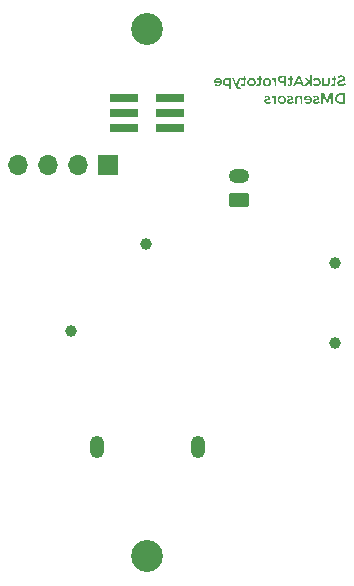
<source format=gbr>
%TF.GenerationSoftware,KiCad,Pcbnew,8.0.2*%
%TF.CreationDate,2024-08-19T18:08:16-05:00*%
%TF.ProjectId,tank,74616e6b-2e6b-4696-9361-645f70636258,rev?*%
%TF.SameCoordinates,Original*%
%TF.FileFunction,Soldermask,Bot*%
%TF.FilePolarity,Negative*%
%FSLAX46Y46*%
G04 Gerber Fmt 4.6, Leading zero omitted, Abs format (unit mm)*
G04 Created by KiCad (PCBNEW 8.0.2) date 2024-08-19 18:08:16*
%MOMM*%
%LPD*%
G01*
G04 APERTURE LIST*
G04 Aperture macros list*
%AMRoundRect*
0 Rectangle with rounded corners*
0 $1 Rounding radius*
0 $2 $3 $4 $5 $6 $7 $8 $9 X,Y pos of 4 corners*
0 Add a 4 corners polygon primitive as box body*
4,1,4,$2,$3,$4,$5,$6,$7,$8,$9,$2,$3,0*
0 Add four circle primitives for the rounded corners*
1,1,$1+$1,$2,$3*
1,1,$1+$1,$4,$5*
1,1,$1+$1,$6,$7*
1,1,$1+$1,$8,$9*
0 Add four rect primitives between the rounded corners*
20,1,$1+$1,$2,$3,$4,$5,0*
20,1,$1+$1,$4,$5,$6,$7,0*
20,1,$1+$1,$6,$7,$8,$9,0*
20,1,$1+$1,$8,$9,$2,$3,0*%
G04 Aperture macros list end*
%ADD10C,0.101600*%
%ADD11R,2.400000X0.740000*%
%ADD12C,2.700000*%
%ADD13C,1.000000*%
%ADD14R,1.700000X1.700000*%
%ADD15O,1.700000X1.700000*%
%ADD16O,1.204000X1.904000*%
%ADD17RoundRect,0.250000X0.625000X-0.350000X0.625000X0.350000X-0.625000X0.350000X-0.625000X-0.350000X0*%
%ADD18O,1.750000X1.200000*%
G04 APERTURE END LIST*
D10*
G36*
X201308174Y-93430457D02*
G01*
X201352011Y-93433938D01*
X201394586Y-93446798D01*
X201410009Y-93455210D01*
X201440166Y-93488435D01*
X201448658Y-93529252D01*
X201438887Y-93572896D01*
X201409574Y-93605249D01*
X201366694Y-93626134D01*
X201323213Y-93641007D01*
X201275394Y-93654645D01*
X201235652Y-93664743D01*
X201187369Y-93677933D01*
X201143652Y-93693078D01*
X201098418Y-93713217D01*
X201059397Y-93736016D01*
X201030896Y-93757675D01*
X201000213Y-93791344D01*
X200978296Y-93832206D01*
X200965146Y-93880260D01*
X200960831Y-93928207D01*
X200960763Y-93935506D01*
X200965002Y-93984864D01*
X200977719Y-94029961D01*
X200998915Y-94070799D01*
X201028589Y-94107376D01*
X201049352Y-94126365D01*
X201090613Y-94154877D01*
X201130114Y-94173742D01*
X201173432Y-94187462D01*
X201220566Y-94196037D01*
X201271518Y-94199467D01*
X201280381Y-94199539D01*
X201331675Y-94197232D01*
X201381659Y-94190310D01*
X201430334Y-94178775D01*
X201477699Y-94162626D01*
X201523755Y-94141863D01*
X201568501Y-94116486D01*
X201611938Y-94086494D01*
X201654065Y-94051889D01*
X201552664Y-93930078D01*
X201518619Y-93957711D01*
X201475880Y-93987072D01*
X201432941Y-94010675D01*
X201389799Y-94028522D01*
X201346457Y-94040612D01*
X201302913Y-94046944D01*
X201276690Y-94047981D01*
X201232708Y-94044568D01*
X201189728Y-94031736D01*
X201168124Y-94019102D01*
X201138485Y-93985664D01*
X201128606Y-93943106D01*
X201139207Y-93898804D01*
X201166169Y-93869281D01*
X201206189Y-93848191D01*
X201250141Y-93832796D01*
X201293547Y-93821000D01*
X201299488Y-93819558D01*
X201344557Y-93808267D01*
X201388543Y-93796084D01*
X201432648Y-93781940D01*
X201446052Y-93777000D01*
X201488201Y-93757383D01*
X201526110Y-93733112D01*
X201536162Y-93725323D01*
X201571215Y-93690934D01*
X201596253Y-93648566D01*
X201609946Y-93604949D01*
X201615971Y-93555222D01*
X201616284Y-93539892D01*
X201613108Y-93495096D01*
X201601376Y-93447947D01*
X201581000Y-93406305D01*
X201551979Y-93370170D01*
X201525957Y-93347730D01*
X201484339Y-93321418D01*
X201438710Y-93301568D01*
X201396407Y-93289698D01*
X201351158Y-93282576D01*
X201302962Y-93280202D01*
X201255310Y-93282418D01*
X201207864Y-93289065D01*
X201160624Y-93300143D01*
X201134468Y-93308212D01*
X201093674Y-93323805D01*
X201050442Y-93345402D01*
X201010026Y-93371293D01*
X200984647Y-93390939D01*
X201071717Y-93513836D01*
X201107442Y-93486803D01*
X201149152Y-93464656D01*
X201180283Y-93452605D01*
X201224686Y-93439996D01*
X201268628Y-93432620D01*
X201308174Y-93430457D01*
G37*
G36*
X200645053Y-93636733D02*
G01*
X200645053Y-93967425D01*
X200637770Y-94012012D01*
X200622037Y-94038427D01*
X200583501Y-94061212D01*
X200556897Y-94064265D01*
X200513905Y-94052215D01*
X200477695Y-94024677D01*
X200469176Y-94016062D01*
X200404036Y-94127668D01*
X200439672Y-94155672D01*
X200481822Y-94179255D01*
X200525493Y-94193853D01*
X200570683Y-94199468D01*
X200576439Y-94199539D01*
X200620802Y-94195549D01*
X200666720Y-94181522D01*
X200708412Y-94157396D01*
X200733860Y-94135702D01*
X200762358Y-94100934D01*
X200782714Y-94060683D01*
X200794928Y-94014949D01*
X200798936Y-93970435D01*
X200798999Y-93963733D01*
X200798999Y-93636733D01*
X200882812Y-93636733D01*
X200882812Y-93510362D01*
X200798999Y-93510362D01*
X200798999Y-93301481D01*
X200645053Y-93301481D01*
X200645053Y-93510362D01*
X200469827Y-93510362D01*
X200469827Y-93636733D01*
X200645053Y-93636733D01*
G37*
G36*
X199846007Y-93877532D02*
G01*
X199846007Y-93510362D01*
X199692061Y-93510362D01*
X199692061Y-94189551D01*
X199846007Y-94189551D01*
X199846007Y-94088367D01*
X199874843Y-94124496D01*
X199910416Y-94152369D01*
X199928518Y-94163712D01*
X199971619Y-94184109D01*
X200017030Y-94196040D01*
X200060317Y-94199539D01*
X200108745Y-94196151D01*
X200152955Y-94185990D01*
X200192946Y-94169054D01*
X200233485Y-94141404D01*
X200247267Y-94128754D01*
X200275102Y-94094729D01*
X200296101Y-94054782D01*
X200310262Y-94008913D01*
X200316960Y-93964882D01*
X200318704Y-93924867D01*
X200318704Y-93510362D01*
X200164757Y-93510362D01*
X200164757Y-93882526D01*
X200161200Y-93933444D01*
X200150529Y-93975732D01*
X200128333Y-94015085D01*
X200089491Y-94045291D01*
X200045099Y-94057718D01*
X200019062Y-94059271D01*
X199973175Y-94053832D01*
X199931650Y-94037514D01*
X199897685Y-94013239D01*
X199868263Y-93976337D01*
X199852114Y-93933929D01*
X199846209Y-93888545D01*
X199846007Y-93877532D01*
G37*
G36*
X199205686Y-94199539D02*
G01*
X199257393Y-94196149D01*
X199306336Y-94185981D01*
X199352517Y-94169035D01*
X199395934Y-94145310D01*
X199436587Y-94114806D01*
X199449525Y-94103132D01*
X199484206Y-94064903D01*
X199511713Y-94022522D01*
X199532043Y-93975988D01*
X199543504Y-93934037D01*
X199549982Y-93889203D01*
X199551577Y-93851259D01*
X199548974Y-93804029D01*
X199541165Y-93759640D01*
X199528151Y-93718092D01*
X199505663Y-93671985D01*
X199475678Y-93629970D01*
X199444965Y-93598083D01*
X199410525Y-93569935D01*
X199373837Y-93546557D01*
X199326845Y-93524801D01*
X199285213Y-93511920D01*
X199241332Y-93503809D01*
X199195205Y-93500469D01*
X199185709Y-93500374D01*
X199138979Y-93503067D01*
X199094327Y-93511146D01*
X199051753Y-93524610D01*
X199011258Y-93543461D01*
X198972840Y-93567697D01*
X198936500Y-93597320D01*
X198922546Y-93610677D01*
X199013524Y-93722283D01*
X199052539Y-93691909D01*
X199091117Y-93668996D01*
X199134672Y-93651945D01*
X199177658Y-93644637D01*
X199188315Y-93644332D01*
X199234284Y-93648781D01*
X199276681Y-93662126D01*
X199315505Y-93684368D01*
X199335530Y-93700569D01*
X199365549Y-93734691D01*
X199385744Y-93774035D01*
X199396114Y-93818599D01*
X199397630Y-93845614D01*
X199392752Y-93893543D01*
X199378119Y-93937178D01*
X199353730Y-93976519D01*
X199335965Y-93996520D01*
X199298923Y-94026329D01*
X199257416Y-94046383D01*
X199211443Y-94056680D01*
X199183972Y-94058186D01*
X199139094Y-94052662D01*
X199094785Y-94036093D01*
X199056483Y-94012532D01*
X199018617Y-93980514D01*
X199007878Y-93969813D01*
X198916032Y-94070345D01*
X198948581Y-94100625D01*
X198990737Y-94132797D01*
X199034526Y-94158661D01*
X199079948Y-94178217D01*
X199127002Y-94191464D01*
X199175690Y-94198403D01*
X199205686Y-94199539D01*
G37*
G36*
X198637234Y-94189551D02*
G01*
X198791181Y-94189551D01*
X198791181Y-93247632D01*
X198637234Y-93247632D01*
X198637234Y-93782428D01*
X198377110Y-93510362D01*
X198177783Y-93510362D01*
X198437690Y-93781777D01*
X198162150Y-94189551D01*
X198349100Y-94189551D01*
X198544085Y-93902068D01*
X198637234Y-93996520D01*
X198637234Y-94189551D01*
G37*
G36*
X198173658Y-94189551D02*
G01*
X198000821Y-94189551D01*
X197913317Y-93990658D01*
X197484698Y-93990658D01*
X197397194Y-94189551D01*
X197224357Y-94189551D01*
X197378187Y-93840402D01*
X197550923Y-93840402D01*
X197847308Y-93840402D01*
X197699007Y-93504282D01*
X197550923Y-93840402D01*
X197378187Y-93840402D01*
X197615629Y-93301481D01*
X197782386Y-93301481D01*
X198173658Y-94189551D01*
G37*
G36*
X196989420Y-93636733D02*
G01*
X196989420Y-93967425D01*
X196982138Y-94012012D01*
X196966404Y-94038427D01*
X196927869Y-94061212D01*
X196901265Y-94064265D01*
X196858273Y-94052215D01*
X196822063Y-94024677D01*
X196813543Y-94016062D01*
X196748404Y-94127668D01*
X196784039Y-94155672D01*
X196826190Y-94179255D01*
X196869860Y-94193853D01*
X196915051Y-94199468D01*
X196920807Y-94199539D01*
X196965169Y-94195549D01*
X197011087Y-94181522D01*
X197052780Y-94157396D01*
X197078227Y-94135702D01*
X197106726Y-94100934D01*
X197127082Y-94060683D01*
X197139296Y-94014949D01*
X197143303Y-93970435D01*
X197143367Y-93963733D01*
X197143367Y-93636733D01*
X197227180Y-93636733D01*
X197227180Y-93510362D01*
X197143367Y-93510362D01*
X197143367Y-93301481D01*
X196989420Y-93301481D01*
X196989420Y-93510362D01*
X196814195Y-93510362D01*
X196814195Y-93636733D01*
X196989420Y-93636733D01*
G37*
G36*
X196635495Y-94189551D02*
G01*
X196474166Y-94189551D01*
X196474166Y-93933118D01*
X196325865Y-93933118D01*
X196313776Y-93933044D01*
X196267366Y-93931273D01*
X196213733Y-93925739D01*
X196164966Y-93916515D01*
X196121066Y-93903601D01*
X196074809Y-93883235D01*
X196035560Y-93857556D01*
X196013168Y-93837312D01*
X195985179Y-93801869D01*
X195963906Y-93760335D01*
X195949352Y-93712709D01*
X195942354Y-93668368D01*
X195940022Y-93619796D01*
X195940335Y-93608506D01*
X196105259Y-93608506D01*
X196105301Y-93613920D01*
X196109415Y-93658925D01*
X196121883Y-93701075D01*
X196147817Y-93740739D01*
X196173805Y-93760308D01*
X196214559Y-93775640D01*
X196261022Y-93783328D01*
X196309580Y-93785468D01*
X196474166Y-93785468D01*
X196474166Y-93449131D01*
X196330859Y-93449131D01*
X196288898Y-93450398D01*
X196245635Y-93455079D01*
X196199019Y-93466167D01*
X196159108Y-93485175D01*
X196126294Y-93519312D01*
X196109519Y-93563372D01*
X196105259Y-93608506D01*
X195940335Y-93608506D01*
X195940844Y-93590125D01*
X195945871Y-93543963D01*
X195957934Y-93493999D01*
X195976578Y-93449959D01*
X196001802Y-93411842D01*
X196033606Y-93379649D01*
X196052062Y-93365679D01*
X196094678Y-93341863D01*
X196135999Y-93326214D01*
X196182599Y-93314382D01*
X196234480Y-93306367D01*
X196279786Y-93302702D01*
X196328471Y-93301481D01*
X196635495Y-93301481D01*
X196635495Y-94189551D01*
G37*
G36*
X195448435Y-93655406D02*
G01*
X195495499Y-93659491D01*
X195541048Y-93673851D01*
X195578765Y-93698552D01*
X195599559Y-93720763D01*
X195624120Y-93761167D01*
X195639204Y-93803196D01*
X195647937Y-93850978D01*
X195650368Y-93897508D01*
X195650368Y-94189551D01*
X195804314Y-94189551D01*
X195804314Y-93510362D01*
X195650368Y-93510362D01*
X195650368Y-93623488D01*
X195624393Y-93588470D01*
X195590418Y-93558058D01*
X195569378Y-93542715D01*
X195530544Y-93520832D01*
X195488954Y-93506752D01*
X195444608Y-93500476D01*
X195435407Y-93500157D01*
X195434105Y-93655406D01*
X195448435Y-93655406D01*
G37*
G36*
X195047254Y-93501958D02*
G01*
X195091811Y-93508395D01*
X195142020Y-93522654D01*
X195188671Y-93544043D01*
X195231765Y-93572562D01*
X195264959Y-93601774D01*
X195283197Y-93621186D01*
X195314291Y-93662402D01*
X195338209Y-93706809D01*
X195354952Y-93754407D01*
X195364519Y-93805195D01*
X195367011Y-93849956D01*
X195365416Y-93885895D01*
X195358938Y-93928843D01*
X195344587Y-93977484D01*
X195323061Y-94022965D01*
X195294359Y-94065285D01*
X195264959Y-94098138D01*
X195238601Y-94121904D01*
X195196100Y-94151611D01*
X195150042Y-94174188D01*
X195100426Y-94189636D01*
X195056363Y-94197063D01*
X195009829Y-94199539D01*
X194972408Y-94197954D01*
X194927864Y-94191518D01*
X194877686Y-94177258D01*
X194831081Y-94155869D01*
X194788048Y-94127350D01*
X194754916Y-94098138D01*
X194736639Y-94078690D01*
X194705479Y-94037423D01*
X194681510Y-93992995D01*
X194664731Y-93945408D01*
X194655144Y-93894660D01*
X194652647Y-93849956D01*
X194806811Y-93849956D01*
X194808210Y-93878285D01*
X194817783Y-93925002D01*
X194836424Y-93966224D01*
X194864133Y-94001949D01*
X194882810Y-94018838D01*
X194920276Y-94042025D01*
X194962688Y-94055937D01*
X195010046Y-94060574D01*
X195036904Y-94059143D01*
X195081429Y-94049353D01*
X195121041Y-94030288D01*
X195155742Y-94001949D01*
X195175222Y-93978743D01*
X195196886Y-93939353D01*
X195209482Y-93894468D01*
X195213064Y-93849956D01*
X195211665Y-93821570D01*
X195202092Y-93774803D01*
X195183451Y-93733601D01*
X195155742Y-93697964D01*
X195137070Y-93681075D01*
X195099641Y-93657888D01*
X195057300Y-93643976D01*
X195010046Y-93639338D01*
X194983125Y-93640770D01*
X194938515Y-93650560D01*
X194898851Y-93669624D01*
X194864133Y-93697964D01*
X194844653Y-93721104D01*
X194822989Y-93760451D01*
X194810393Y-93805363D01*
X194806811Y-93849956D01*
X194652647Y-93849956D01*
X194654245Y-93813970D01*
X194660737Y-93770981D01*
X194675118Y-93722320D01*
X194696691Y-93676850D01*
X194725454Y-93634570D01*
X194754916Y-93601774D01*
X194781223Y-93578009D01*
X194823660Y-93548302D01*
X194869670Y-93525724D01*
X194919253Y-93510276D01*
X194963300Y-93502849D01*
X195009829Y-93500374D01*
X195047254Y-93501958D01*
G37*
G36*
X194336069Y-93636733D02*
G01*
X194336069Y-93967425D01*
X194328786Y-94012012D01*
X194313053Y-94038427D01*
X194274517Y-94061212D01*
X194247913Y-94064265D01*
X194204921Y-94052215D01*
X194168711Y-94024677D01*
X194160192Y-94016062D01*
X194095052Y-94127668D01*
X194130687Y-94155672D01*
X194172838Y-94179255D01*
X194216509Y-94193853D01*
X194261699Y-94199468D01*
X194267455Y-94199539D01*
X194311818Y-94195549D01*
X194357735Y-94181522D01*
X194399428Y-94157396D01*
X194424876Y-94135702D01*
X194453374Y-94100934D01*
X194473730Y-94060683D01*
X194485944Y-94014949D01*
X194489952Y-93970435D01*
X194490015Y-93963733D01*
X194490015Y-93636733D01*
X194573828Y-93636733D01*
X194573828Y-93510362D01*
X194490015Y-93510362D01*
X194490015Y-93301481D01*
X194336069Y-93301481D01*
X194336069Y-93510362D01*
X194160843Y-93510362D01*
X194160843Y-93636733D01*
X194336069Y-93636733D01*
G37*
G36*
X193731434Y-93501958D02*
G01*
X193775992Y-93508395D01*
X193826200Y-93522654D01*
X193872851Y-93544043D01*
X193915945Y-93572562D01*
X193949140Y-93601774D01*
X193967377Y-93621186D01*
X193998471Y-93662402D01*
X194022390Y-93706809D01*
X194039133Y-93754407D01*
X194048700Y-93805195D01*
X194051192Y-93849956D01*
X194049597Y-93885895D01*
X194043119Y-93928843D01*
X194028768Y-93977484D01*
X194007241Y-94022965D01*
X193978539Y-94065285D01*
X193949140Y-94098138D01*
X193922782Y-94121904D01*
X193880281Y-94151611D01*
X193834223Y-94174188D01*
X193784607Y-94189636D01*
X193740543Y-94197063D01*
X193694010Y-94199539D01*
X193656588Y-94197954D01*
X193612044Y-94191518D01*
X193561867Y-94177258D01*
X193515261Y-94155869D01*
X193472228Y-94127350D01*
X193439097Y-94098138D01*
X193420820Y-94078690D01*
X193389660Y-94037423D01*
X193365691Y-93992995D01*
X193348912Y-93945408D01*
X193339324Y-93894660D01*
X193336828Y-93849956D01*
X193490991Y-93849956D01*
X193492391Y-93878285D01*
X193501963Y-93925002D01*
X193520604Y-93966224D01*
X193548314Y-94001949D01*
X193566991Y-94018838D01*
X193604456Y-94042025D01*
X193646868Y-94055937D01*
X193694227Y-94060574D01*
X193721085Y-94059143D01*
X193765610Y-94049353D01*
X193805222Y-94030288D01*
X193839922Y-94001949D01*
X193859403Y-93978743D01*
X193881067Y-93939353D01*
X193893662Y-93894468D01*
X193897245Y-93849956D01*
X193895846Y-93821570D01*
X193886273Y-93774803D01*
X193867632Y-93733601D01*
X193839922Y-93697964D01*
X193821251Y-93681075D01*
X193783822Y-93657888D01*
X193741480Y-93643976D01*
X193694227Y-93639338D01*
X193667306Y-93640770D01*
X193622695Y-93650560D01*
X193583031Y-93669624D01*
X193548314Y-93697964D01*
X193528833Y-93721104D01*
X193507169Y-93760451D01*
X193494574Y-93805363D01*
X193490991Y-93849956D01*
X193336828Y-93849956D01*
X193338426Y-93813970D01*
X193344917Y-93770981D01*
X193359299Y-93722320D01*
X193380871Y-93676850D01*
X193409634Y-93634570D01*
X193439097Y-93601774D01*
X193465404Y-93578009D01*
X193507841Y-93548302D01*
X193553851Y-93525724D01*
X193603433Y-93510276D01*
X193647481Y-93502849D01*
X193694010Y-93500374D01*
X193731434Y-93501958D01*
G37*
G36*
X193020249Y-93636733D02*
G01*
X193020249Y-93967425D01*
X193012967Y-94012012D01*
X192997233Y-94038427D01*
X192958698Y-94061212D01*
X192932094Y-94064265D01*
X192889102Y-94052215D01*
X192852892Y-94024677D01*
X192844373Y-94016062D01*
X192779233Y-94127668D01*
X192814868Y-94155672D01*
X192857019Y-94179255D01*
X192900689Y-94193853D01*
X192945880Y-94199468D01*
X192951636Y-94199539D01*
X192995998Y-94195549D01*
X193041916Y-94181522D01*
X193083609Y-94157396D01*
X193109056Y-94135702D01*
X193137555Y-94100934D01*
X193157911Y-94060683D01*
X193170125Y-94014949D01*
X193174132Y-93970435D01*
X193174196Y-93963733D01*
X193174196Y-93636733D01*
X193258009Y-93636733D01*
X193258009Y-93510362D01*
X193174196Y-93510362D01*
X193174196Y-93301481D01*
X193020249Y-93301481D01*
X193020249Y-93510362D01*
X192845024Y-93510362D01*
X192845024Y-93636733D01*
X193020249Y-93636733D01*
G37*
G36*
X192595757Y-94454669D02*
G01*
X192641788Y-94450190D01*
X192686083Y-94436755D01*
X192728641Y-94414363D01*
X192764454Y-94387423D01*
X192769462Y-94383015D01*
X192698677Y-94256644D01*
X192663003Y-94284298D01*
X192620214Y-94300917D01*
X192606396Y-94302025D01*
X192562274Y-94291994D01*
X192535177Y-94270324D01*
X192512879Y-94232980D01*
X192507601Y-94201276D01*
X192524605Y-94152068D01*
X192545860Y-94096584D01*
X192567381Y-94041461D01*
X192584385Y-93998279D01*
X192603515Y-93949950D01*
X192624770Y-93896475D01*
X192648151Y-93837852D01*
X192673657Y-93774083D01*
X192701289Y-93705168D01*
X192731046Y-93631106D01*
X192762929Y-93551896D01*
X192779667Y-93510362D01*
X192614647Y-93510362D01*
X192420531Y-93989138D01*
X192226415Y-93510362D01*
X192061178Y-93510362D01*
X192387961Y-94310493D01*
X192408962Y-94349534D01*
X192437941Y-94386112D01*
X192473077Y-94416019D01*
X192512554Y-94438024D01*
X192554853Y-94450894D01*
X192595757Y-94454669D01*
G37*
G36*
X191626415Y-93500803D02*
G01*
X191673977Y-93507241D01*
X191716959Y-93521403D01*
X191755361Y-93543291D01*
X191789183Y-93572904D01*
X191818424Y-93610243D01*
X191818424Y-93510362D01*
X191972371Y-93510362D01*
X191972371Y-94432087D01*
X191818424Y-94432087D01*
X191818424Y-94100526D01*
X191807037Y-94112516D01*
X191771062Y-94143844D01*
X191732371Y-94168211D01*
X191690961Y-94185615D01*
X191646834Y-94196058D01*
X191599990Y-94199539D01*
X191584021Y-94199154D01*
X191537632Y-94193391D01*
X191493518Y-94180712D01*
X191451678Y-94161116D01*
X191412114Y-94134605D01*
X191374824Y-94101178D01*
X191346988Y-94069014D01*
X191319813Y-94026653D01*
X191299431Y-93980185D01*
X191287636Y-93938325D01*
X191280559Y-93893612D01*
X191278491Y-93851910D01*
X191432147Y-93851910D01*
X191433594Y-93880036D01*
X191443493Y-93926387D01*
X191462769Y-93967241D01*
X191491424Y-94002600D01*
X191506562Y-94016188D01*
X191542955Y-94040136D01*
X191587178Y-94055988D01*
X191630388Y-94060574D01*
X191645079Y-94060059D01*
X191691016Y-94050899D01*
X191732288Y-94030288D01*
X191765444Y-94001949D01*
X191784335Y-93978781D01*
X191805342Y-93939592D01*
X191817556Y-93895079D01*
X191821030Y-93851042D01*
X191819673Y-93822967D01*
X191810390Y-93776281D01*
X191792314Y-93734540D01*
X191765444Y-93697747D01*
X191754800Y-93686843D01*
X191716124Y-93658243D01*
X191672528Y-93641559D01*
X191629085Y-93636733D01*
X191614141Y-93637271D01*
X191567220Y-93646838D01*
X191524752Y-93668365D01*
X191490338Y-93697964D01*
X191470562Y-93721966D01*
X191448570Y-93762178D01*
X191435784Y-93807439D01*
X191432147Y-93851910D01*
X191278491Y-93851910D01*
X191278200Y-93846048D01*
X191279055Y-93817201D01*
X191284280Y-93771558D01*
X191296819Y-93720803D01*
X191316198Y-93674429D01*
X191342417Y-93632437D01*
X191375475Y-93594826D01*
X191387764Y-93583389D01*
X191426501Y-93553503D01*
X191468048Y-93530259D01*
X191512404Y-93513656D01*
X191559569Y-93503694D01*
X191609543Y-93500374D01*
X191626415Y-93500803D01*
G37*
G36*
X190853267Y-93500743D02*
G01*
X190903010Y-93506277D01*
X190950203Y-93518453D01*
X190994846Y-93537269D01*
X191036940Y-93562727D01*
X191076485Y-93594826D01*
X191105884Y-93625944D01*
X191134587Y-93667511D01*
X191156113Y-93713689D01*
X191168571Y-93755692D01*
X191176045Y-93800898D01*
X191178537Y-93849305D01*
X191176973Y-93888297D01*
X191170619Y-93934184D01*
X191159377Y-93976901D01*
X191139436Y-94023977D01*
X191112456Y-94066488D01*
X191078439Y-94104435D01*
X191059256Y-94121431D01*
X191018645Y-94150408D01*
X190975043Y-94172698D01*
X190928447Y-94188301D01*
X190878860Y-94197217D01*
X190835251Y-94199539D01*
X190813535Y-94199077D01*
X190761351Y-94193886D01*
X190712178Y-94182928D01*
X190666016Y-94166202D01*
X190622866Y-94143709D01*
X190582726Y-94115447D01*
X190545597Y-94081419D01*
X190635273Y-93983058D01*
X190657888Y-94006828D01*
X190693949Y-94033338D01*
X190735143Y-94051951D01*
X190781469Y-94062667D01*
X190825263Y-94065568D01*
X190834775Y-94065401D01*
X190880275Y-94059553D01*
X190922341Y-94045350D01*
X190960971Y-94022793D01*
X190986986Y-94000211D01*
X191013235Y-93961861D01*
X191024156Y-93918136D01*
X190503039Y-93918136D01*
X190503039Y-93814998D01*
X190503419Y-93796845D01*
X190503717Y-93794153D01*
X190656986Y-93794153D01*
X191024590Y-93794153D01*
X191017637Y-93749258D01*
X190996778Y-93710110D01*
X190965747Y-93679508D01*
X190958305Y-93674039D01*
X190919285Y-93651986D01*
X190877253Y-93638755D01*
X190832211Y-93634344D01*
X190788017Y-93638564D01*
X190744841Y-93652953D01*
X190707360Y-93677554D01*
X190680796Y-93707413D01*
X190662938Y-93747166D01*
X190656986Y-93794153D01*
X190503717Y-93794153D01*
X190509119Y-93745367D01*
X190521658Y-93698362D01*
X190541037Y-93655830D01*
X190567256Y-93617772D01*
X190600314Y-93584187D01*
X190612635Y-93574038D01*
X190651530Y-93547519D01*
X190693327Y-93526893D01*
X190738024Y-93512160D01*
X190785621Y-93503320D01*
X190836120Y-93500374D01*
X190853267Y-93500743D01*
G37*
G36*
X201580023Y-95683071D02*
G01*
X201282986Y-95683071D01*
X201267141Y-95682953D01*
X201221141Y-95681184D01*
X201163387Y-95675525D01*
X201109725Y-95666094D01*
X201060155Y-95652889D01*
X201014676Y-95635912D01*
X200973288Y-95615163D01*
X200935993Y-95590640D01*
X200902788Y-95562345D01*
X200895121Y-95554716D01*
X200860432Y-95514043D01*
X200831830Y-95469161D01*
X200809313Y-95420069D01*
X200795681Y-95377766D01*
X200785944Y-95332769D01*
X200780102Y-95285078D01*
X200778298Y-95238384D01*
X200941004Y-95238384D01*
X200943897Y-95290125D01*
X200952576Y-95336888D01*
X200967042Y-95378674D01*
X200991231Y-95421134D01*
X201023297Y-95456819D01*
X201039375Y-95469974D01*
X201081939Y-95495636D01*
X201124046Y-95512025D01*
X201171343Y-95523239D01*
X201214723Y-95528630D01*
X201261707Y-95530427D01*
X201418694Y-95530427D01*
X201418694Y-94945256D01*
X201277992Y-94945256D01*
X201237185Y-94946401D01*
X201180911Y-94952413D01*
X201130560Y-94963577D01*
X201086133Y-94979894D01*
X201036111Y-95009664D01*
X200996620Y-95048595D01*
X200967660Y-95096687D01*
X200952851Y-95138767D01*
X200943965Y-95185999D01*
X200941004Y-95238384D01*
X200778298Y-95238384D01*
X200778155Y-95234693D01*
X200778280Y-95221849D01*
X200781293Y-95172239D01*
X200788323Y-95125459D01*
X200799369Y-95081509D01*
X200814433Y-95040387D01*
X200838911Y-94992965D01*
X200869666Y-94949964D01*
X200906697Y-94911384D01*
X200914837Y-94904223D01*
X200949533Y-94877856D01*
X200987641Y-94855125D01*
X201029162Y-94836031D01*
X201074097Y-94820573D01*
X201122444Y-94808753D01*
X201174205Y-94800570D01*
X201229378Y-94796024D01*
X201272998Y-94795001D01*
X201580023Y-94795001D01*
X201580023Y-95683071D01*
G37*
G36*
X200445943Y-95683071D02*
G01*
X200607272Y-95683071D01*
X200607272Y-94795001D01*
X200365821Y-94795001D01*
X200106349Y-95334791D01*
X199846876Y-94795001D01*
X199606728Y-94795001D01*
X199606728Y-95683071D01*
X199768057Y-95683071D01*
X199768057Y-95022555D01*
X200062054Y-95606857D01*
X200153249Y-95606857D01*
X200445943Y-95022555D01*
X200445943Y-95683071D01*
G37*
G36*
X198916466Y-95477012D02*
G01*
X198920903Y-95523818D01*
X198934216Y-95565656D01*
X198959802Y-95606788D01*
X198987468Y-95634433D01*
X199025412Y-95660082D01*
X199068241Y-95678402D01*
X199115956Y-95689394D01*
X199161714Y-95693001D01*
X199168556Y-95693059D01*
X199215112Y-95690472D01*
X199262771Y-95682711D01*
X199306606Y-95671303D01*
X199321417Y-95666568D01*
X199364949Y-95649519D01*
X199406386Y-95628416D01*
X199445727Y-95603260D01*
X199466678Y-95587532D01*
X199391985Y-95467024D01*
X199354608Y-95493171D01*
X199310679Y-95518698D01*
X199267759Y-95537843D01*
X199225845Y-95550606D01*
X199178220Y-95557431D01*
X199164865Y-95557785D01*
X199120376Y-95551465D01*
X199094514Y-95537809D01*
X199070532Y-95500103D01*
X199069327Y-95487218D01*
X199093764Y-95449243D01*
X199135283Y-95426060D01*
X199181540Y-95408694D01*
X199197000Y-95403839D01*
X199211548Y-95398845D01*
X199261471Y-95383174D01*
X199304738Y-95365040D01*
X199349461Y-95338909D01*
X199383784Y-95308929D01*
X199411242Y-95267874D01*
X199423722Y-95221276D01*
X199424554Y-95204512D01*
X199419913Y-95158941D01*
X199403597Y-95113449D01*
X199375532Y-95074072D01*
X199350295Y-95051217D01*
X199310479Y-95026138D01*
X199265288Y-95008225D01*
X199221338Y-94998428D01*
X199173274Y-94994118D01*
X199158785Y-94993894D01*
X199115024Y-94996428D01*
X199071844Y-95004031D01*
X199029244Y-95016703D01*
X198987224Y-95034443D01*
X198945784Y-95057252D01*
X198932099Y-95065982D01*
X198990942Y-95182364D01*
X199028893Y-95160113D01*
X199073079Y-95141375D01*
X199118134Y-95129776D01*
X199164057Y-95125314D01*
X199169859Y-95125259D01*
X199213231Y-95129438D01*
X199246941Y-95141978D01*
X199274231Y-95177437D01*
X199275602Y-95190833D01*
X199253658Y-95228546D01*
X199246941Y-95232088D01*
X199205881Y-95247445D01*
X199184624Y-95253149D01*
X199142006Y-95264279D01*
X199112753Y-95273125D01*
X199070283Y-95288193D01*
X199051522Y-95295924D01*
X199012285Y-95315653D01*
X198987034Y-95331317D01*
X198952921Y-95361891D01*
X198929973Y-95400607D01*
X198918189Y-95447463D01*
X198916466Y-95477012D01*
G37*
G36*
X198491967Y-94994263D02*
G01*
X198541710Y-94999797D01*
X198588903Y-95011973D01*
X198633546Y-95030789D01*
X198675640Y-95056247D01*
X198715185Y-95088346D01*
X198744584Y-95119464D01*
X198773286Y-95161031D01*
X198794813Y-95207209D01*
X198807271Y-95249212D01*
X198814745Y-95294418D01*
X198817237Y-95342825D01*
X198815673Y-95381817D01*
X198809319Y-95427704D01*
X198798077Y-95470421D01*
X198778136Y-95517497D01*
X198751156Y-95560008D01*
X198717139Y-95597955D01*
X198697956Y-95614951D01*
X198657345Y-95643928D01*
X198613742Y-95666218D01*
X198567147Y-95681821D01*
X198517560Y-95690737D01*
X198473951Y-95693059D01*
X198452234Y-95692597D01*
X198400051Y-95687406D01*
X198350878Y-95676448D01*
X198304716Y-95659722D01*
X198261566Y-95637229D01*
X198221426Y-95608967D01*
X198184297Y-95574939D01*
X198273973Y-95476578D01*
X198296588Y-95500348D01*
X198332649Y-95526858D01*
X198373843Y-95545471D01*
X198420169Y-95556187D01*
X198463963Y-95559088D01*
X198473475Y-95558921D01*
X198518975Y-95553073D01*
X198561040Y-95538870D01*
X198599670Y-95516313D01*
X198625686Y-95493731D01*
X198651935Y-95455381D01*
X198662856Y-95411656D01*
X198141739Y-95411656D01*
X198141739Y-95308518D01*
X198142119Y-95290365D01*
X198142417Y-95287673D01*
X198295686Y-95287673D01*
X198663290Y-95287673D01*
X198656337Y-95242778D01*
X198635478Y-95203630D01*
X198604447Y-95173028D01*
X198597005Y-95167559D01*
X198557985Y-95145506D01*
X198515953Y-95132275D01*
X198470911Y-95127864D01*
X198426717Y-95132084D01*
X198383541Y-95146473D01*
X198346060Y-95171074D01*
X198319496Y-95200933D01*
X198301638Y-95240686D01*
X198295686Y-95287673D01*
X198142417Y-95287673D01*
X198147819Y-95238887D01*
X198160358Y-95191882D01*
X198179737Y-95149350D01*
X198205956Y-95111292D01*
X198239014Y-95077707D01*
X198251335Y-95067558D01*
X198290230Y-95041039D01*
X198332027Y-95020413D01*
X198376723Y-95005680D01*
X198424321Y-94996840D01*
X198474820Y-94993894D01*
X198491967Y-94994263D01*
G37*
G36*
X197852085Y-95315900D02*
G01*
X197852085Y-95683071D01*
X198006032Y-95683071D01*
X198006032Y-95003882D01*
X197852085Y-95003882D01*
X197852085Y-95104848D01*
X197823250Y-95068923D01*
X197787677Y-95041213D01*
X197769575Y-95029938D01*
X197730487Y-95010930D01*
X197685286Y-94998153D01*
X197637776Y-94993894D01*
X197589348Y-94997281D01*
X197545138Y-95007443D01*
X197505147Y-95024378D01*
X197464607Y-95052029D01*
X197450826Y-95064679D01*
X197422991Y-95098619D01*
X197401992Y-95138502D01*
X197387830Y-95184328D01*
X197381133Y-95228338D01*
X197379389Y-95268349D01*
X197379389Y-95683071D01*
X197533336Y-95683071D01*
X197533336Y-95310906D01*
X197536893Y-95259926D01*
X197547564Y-95217586D01*
X197569760Y-95178185D01*
X197608602Y-95147942D01*
X197652994Y-95135499D01*
X197679031Y-95133944D01*
X197724944Y-95139409D01*
X197766546Y-95155804D01*
X197800625Y-95180193D01*
X197829923Y-95217095D01*
X197846005Y-95259504D01*
X197851884Y-95304887D01*
X197852085Y-95315900D01*
G37*
G36*
X196714748Y-95477012D02*
G01*
X196719186Y-95523818D01*
X196732499Y-95565656D01*
X196758085Y-95606788D01*
X196785751Y-95634433D01*
X196823694Y-95660082D01*
X196866524Y-95678402D01*
X196914238Y-95689394D01*
X196959996Y-95693001D01*
X196966839Y-95693059D01*
X197013395Y-95690472D01*
X197061053Y-95682711D01*
X197104889Y-95671303D01*
X197119699Y-95666568D01*
X197163232Y-95649519D01*
X197204668Y-95628416D01*
X197244010Y-95603260D01*
X197264961Y-95587532D01*
X197190267Y-95467024D01*
X197152891Y-95493171D01*
X197108962Y-95518698D01*
X197066041Y-95537843D01*
X197024128Y-95550606D01*
X196976503Y-95557431D01*
X196963147Y-95557785D01*
X196918659Y-95551465D01*
X196892797Y-95537809D01*
X196868815Y-95500103D01*
X196867609Y-95487218D01*
X196892047Y-95449243D01*
X196933566Y-95426060D01*
X196979822Y-95408694D01*
X196995283Y-95403839D01*
X197009831Y-95398845D01*
X197059754Y-95383174D01*
X197103021Y-95365040D01*
X197147744Y-95338909D01*
X197182066Y-95308929D01*
X197209524Y-95267874D01*
X197222005Y-95221276D01*
X197222837Y-95204512D01*
X197218196Y-95158941D01*
X197201879Y-95113449D01*
X197173814Y-95074072D01*
X197148578Y-95051217D01*
X197108761Y-95026138D01*
X197063571Y-95008225D01*
X197019621Y-94998428D01*
X196971556Y-94994118D01*
X196957068Y-94993894D01*
X196913307Y-94996428D01*
X196870127Y-95004031D01*
X196827526Y-95016703D01*
X196785506Y-95034443D01*
X196744066Y-95057252D01*
X196730382Y-95065982D01*
X196789225Y-95182364D01*
X196827175Y-95160113D01*
X196871362Y-95141375D01*
X196916417Y-95129776D01*
X196962340Y-95125314D01*
X196968141Y-95125259D01*
X197011514Y-95129438D01*
X197045223Y-95141978D01*
X197072513Y-95177437D01*
X197073885Y-95190833D01*
X197051941Y-95228546D01*
X197045223Y-95232088D01*
X197004164Y-95247445D01*
X196982906Y-95253149D01*
X196940288Y-95264279D01*
X196911036Y-95273125D01*
X196868566Y-95288193D01*
X196849805Y-95295924D01*
X196810568Y-95315653D01*
X196785316Y-95331317D01*
X196751204Y-95361891D01*
X196728256Y-95400607D01*
X196716471Y-95447463D01*
X196714748Y-95477012D01*
G37*
G36*
X196297065Y-94995478D02*
G01*
X196341622Y-95001915D01*
X196391831Y-95016174D01*
X196438482Y-95037563D01*
X196481576Y-95066082D01*
X196514770Y-95095294D01*
X196533008Y-95114706D01*
X196564102Y-95155922D01*
X196588020Y-95200329D01*
X196604763Y-95247927D01*
X196614331Y-95298715D01*
X196616822Y-95343476D01*
X196615227Y-95379415D01*
X196608750Y-95422363D01*
X196594398Y-95471004D01*
X196572872Y-95516485D01*
X196544170Y-95558805D01*
X196514770Y-95591658D01*
X196488412Y-95615424D01*
X196445911Y-95645131D01*
X196399853Y-95667708D01*
X196350237Y-95683156D01*
X196306174Y-95690583D01*
X196259640Y-95693059D01*
X196222219Y-95691474D01*
X196177675Y-95685038D01*
X196127497Y-95670778D01*
X196080892Y-95649389D01*
X196037859Y-95620870D01*
X196004727Y-95591658D01*
X195986451Y-95572210D01*
X195955290Y-95530943D01*
X195931321Y-95486515D01*
X195914543Y-95438928D01*
X195904955Y-95388180D01*
X195902458Y-95343476D01*
X196056622Y-95343476D01*
X196058021Y-95371805D01*
X196067594Y-95418522D01*
X196086235Y-95459744D01*
X196113945Y-95495469D01*
X196132621Y-95512358D01*
X196170087Y-95535545D01*
X196212499Y-95549457D01*
X196259857Y-95554094D01*
X196286716Y-95552663D01*
X196331240Y-95542873D01*
X196370852Y-95523808D01*
X196405553Y-95495469D01*
X196425033Y-95472263D01*
X196446697Y-95432873D01*
X196459293Y-95387988D01*
X196462875Y-95343476D01*
X196461476Y-95315090D01*
X196451904Y-95268323D01*
X196433262Y-95227121D01*
X196405553Y-95191484D01*
X196386881Y-95174595D01*
X196349452Y-95151408D01*
X196307111Y-95137496D01*
X196259857Y-95132858D01*
X196232936Y-95134290D01*
X196188326Y-95144080D01*
X196148662Y-95163144D01*
X196113945Y-95191484D01*
X196094464Y-95214624D01*
X196072800Y-95253971D01*
X196060204Y-95298883D01*
X196056622Y-95343476D01*
X195902458Y-95343476D01*
X195904056Y-95307490D01*
X195910548Y-95264501D01*
X195924929Y-95215840D01*
X195946502Y-95170370D01*
X195975265Y-95128090D01*
X196004727Y-95095294D01*
X196031034Y-95071529D01*
X196073472Y-95041822D01*
X196119481Y-95019244D01*
X196169064Y-95003796D01*
X196213111Y-94996369D01*
X196259640Y-94993894D01*
X196297065Y-94995478D01*
G37*
G36*
X195405877Y-95148926D02*
G01*
X195452941Y-95153011D01*
X195498490Y-95167371D01*
X195536207Y-95192072D01*
X195557001Y-95214283D01*
X195581562Y-95254687D01*
X195596646Y-95296716D01*
X195605379Y-95344498D01*
X195607810Y-95391028D01*
X195607810Y-95683071D01*
X195761757Y-95683071D01*
X195761757Y-95003882D01*
X195607810Y-95003882D01*
X195607810Y-95117008D01*
X195581835Y-95081990D01*
X195547861Y-95051578D01*
X195526820Y-95036235D01*
X195487986Y-95014352D01*
X195446396Y-95000272D01*
X195402050Y-94993996D01*
X195392850Y-94993677D01*
X195391547Y-95148926D01*
X195405877Y-95148926D01*
G37*
G36*
X194779669Y-95477012D02*
G01*
X194784107Y-95523818D01*
X194797420Y-95565656D01*
X194823005Y-95606788D01*
X194850671Y-95634433D01*
X194888615Y-95660082D01*
X194931444Y-95678402D01*
X194979159Y-95689394D01*
X195024917Y-95693001D01*
X195031759Y-95693059D01*
X195078315Y-95690472D01*
X195125974Y-95682711D01*
X195169810Y-95671303D01*
X195184620Y-95666568D01*
X195228152Y-95649519D01*
X195269589Y-95628416D01*
X195308930Y-95603260D01*
X195329881Y-95587532D01*
X195255188Y-95467024D01*
X195217811Y-95493171D01*
X195173883Y-95518698D01*
X195130962Y-95537843D01*
X195089049Y-95550606D01*
X195041423Y-95557431D01*
X195028068Y-95557785D01*
X194983580Y-95551465D01*
X194957717Y-95537809D01*
X194933735Y-95500103D01*
X194932530Y-95487218D01*
X194956967Y-95449243D01*
X194998486Y-95426060D01*
X195044743Y-95408694D01*
X195060203Y-95403839D01*
X195074751Y-95398845D01*
X195124675Y-95383174D01*
X195167942Y-95365040D01*
X195212665Y-95338909D01*
X195246987Y-95308929D01*
X195274445Y-95267874D01*
X195286926Y-95221276D01*
X195287758Y-95204512D01*
X195283117Y-95158941D01*
X195266800Y-95113449D01*
X195238735Y-95074072D01*
X195213499Y-95051217D01*
X195173682Y-95026138D01*
X195128491Y-95008225D01*
X195084541Y-94998428D01*
X195036477Y-94994118D01*
X195021988Y-94993894D01*
X194978228Y-94996428D01*
X194935047Y-95004031D01*
X194892447Y-95016703D01*
X194850427Y-95034443D01*
X194808987Y-95057252D01*
X194795303Y-95065982D01*
X194854145Y-95182364D01*
X194892096Y-95160113D01*
X194936282Y-95141375D01*
X194981337Y-95129776D01*
X195027260Y-95125314D01*
X195033062Y-95125259D01*
X195076434Y-95129438D01*
X195110144Y-95141978D01*
X195137434Y-95177437D01*
X195138805Y-95190833D01*
X195116861Y-95228546D01*
X195110144Y-95232088D01*
X195069084Y-95247445D01*
X195047827Y-95253149D01*
X195005209Y-95264279D01*
X194975956Y-95273125D01*
X194933487Y-95288193D01*
X194914725Y-95295924D01*
X194875489Y-95315653D01*
X194850237Y-95331317D01*
X194816125Y-95361891D01*
X194793176Y-95400607D01*
X194781392Y-95447463D01*
X194779669Y-95477012D01*
G37*
D11*
%TO.C,J9*%
X186805400Y-95224600D03*
X182905400Y-95224600D03*
X186805400Y-96494600D03*
X182905400Y-96494600D03*
X186805400Y-97764600D03*
X182905400Y-97764600D03*
%TD*%
D12*
%TO.C,REF\u002A\u002A*%
X184886600Y-133985000D03*
%TD*%
%TO.C,REF\u002A\u002A*%
X184886600Y-89382600D03*
%TD*%
D13*
%TO.C,TP1*%
X178435000Y-114960400D03*
%TD*%
D14*
%TO.C,J11*%
X181584600Y-100838000D03*
D15*
X179044600Y-100838000D03*
X176504600Y-100838000D03*
X173964600Y-100838000D03*
%TD*%
D16*
%TO.C,P1*%
X180642000Y-124750600D03*
X189182000Y-124750600D03*
%TD*%
D17*
%TO.C,J12*%
X192617000Y-103819200D03*
D18*
X192617000Y-101819200D03*
%TD*%
D13*
%TO.C,S1*%
X200736200Y-115972800D03*
X200736200Y-109172800D03*
%TD*%
%TO.C,TP6*%
X184785000Y-107543600D03*
%TD*%
M02*

</source>
